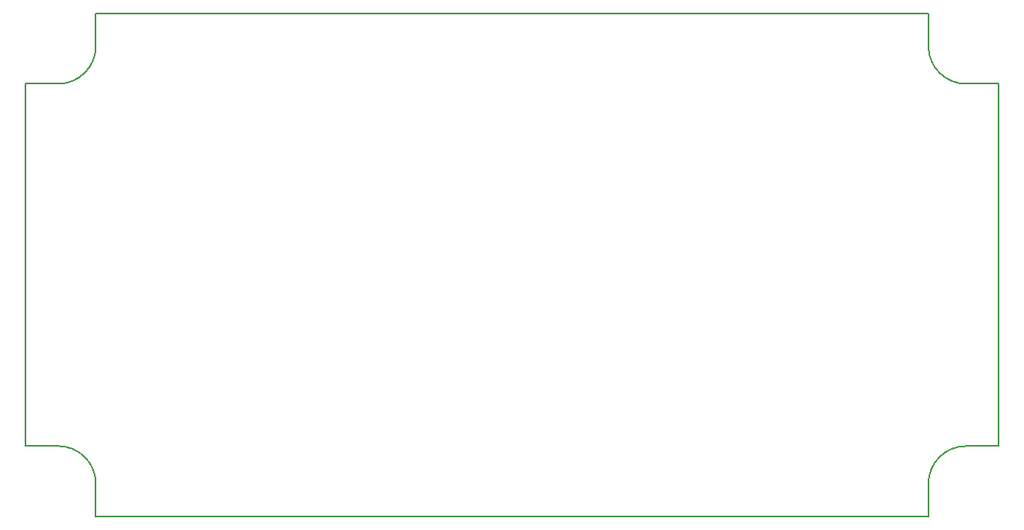
<source format=gbr>
%TF.GenerationSoftware,KiCad,Pcbnew,5.1.6-c6e7f7d~87~ubuntu18.04.1*%
%TF.CreationDate,2021-01-08T11:56:29-05:00*%
%TF.ProjectId,remote,72656d6f-7465-42e6-9b69-6361645f7063,rev?*%
%TF.SameCoordinates,Original*%
%TF.FileFunction,Profile,NP*%
%FSLAX46Y46*%
G04 Gerber Fmt 4.6, Leading zero omitted, Abs format (unit mm)*
G04 Created by KiCad (PCBNEW 5.1.6-c6e7f7d~87~ubuntu18.04.1) date 2021-01-08 11:56:29*
%MOMM*%
%LPD*%
G01*
G04 APERTURE LIST*
%TA.AperFunction,Profile*%
%ADD10C,0.200000*%
%TD*%
G04 APERTURE END LIST*
D10*
X185756000Y-60876000D02*
X97156000Y-60876000D01*
X193256000Y-106976000D02*
X189756000Y-106976000D01*
X189756000Y-68376000D02*
G75*
G02*
X185756000Y-64376000I0J4000000D01*
G01*
X185756000Y-110976000D02*
X185756000Y-114476000D01*
X185756000Y-110976000D02*
G75*
G02*
X189756000Y-106976000I4000000J0D01*
G01*
X185756000Y-64376000D02*
X185756000Y-60876000D01*
X193256000Y-68376000D02*
X193256000Y-106976000D01*
X97156000Y-114476000D02*
X185756000Y-114476000D01*
X97156000Y-110976000D02*
X97156000Y-114476000D01*
X89656000Y-68376000D02*
X93156000Y-68376000D01*
X89656000Y-106976000D02*
X89656000Y-68376000D01*
X97156000Y-64376000D02*
G75*
G02*
X93156000Y-68376000I-4000000J0D01*
G01*
X89656000Y-106976000D02*
X93156000Y-106976000D01*
X97156000Y-64376000D02*
X97156000Y-60876000D01*
X193256000Y-68376000D02*
X189756000Y-68376000D01*
X93156000Y-106976000D02*
G75*
G02*
X97156000Y-110976000I0J-4000000D01*
G01*
M02*

</source>
